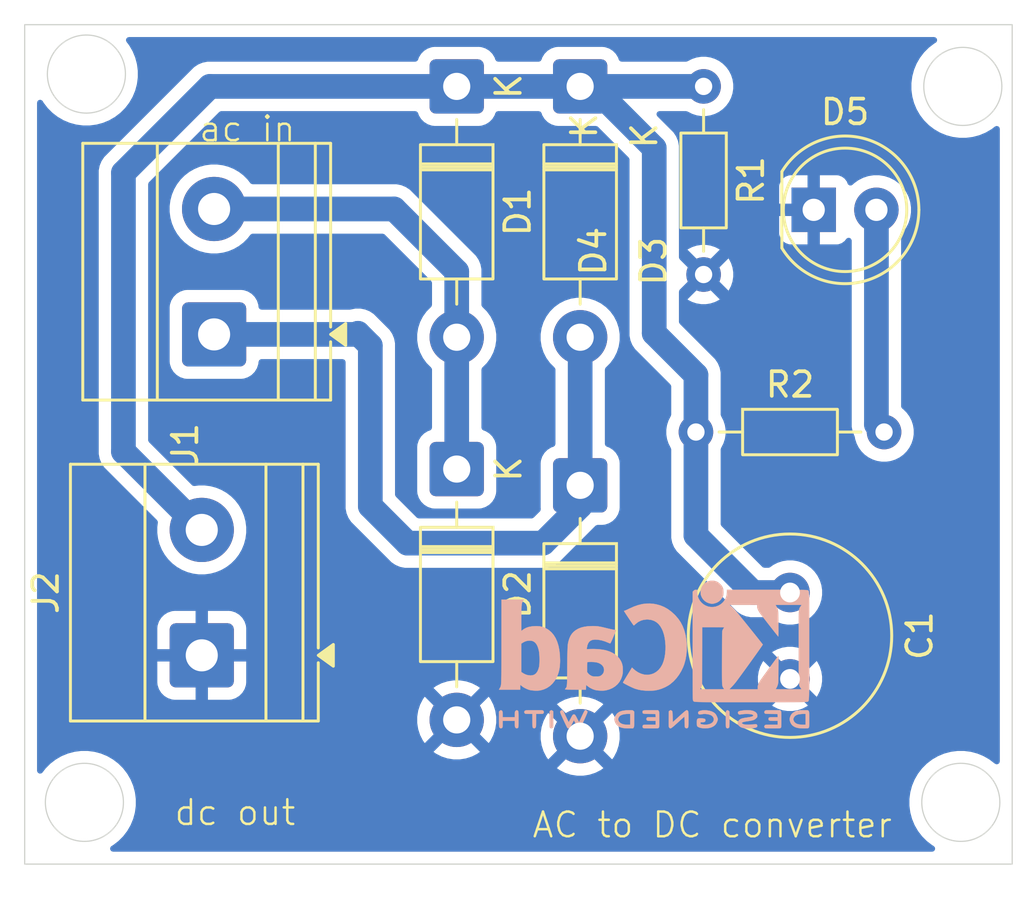
<source format=kicad_pcb>
(kicad_pcb (version 20241229) (generator "pcbnew") (generator_version "9.0")
  (layers (0 "F.Cu" signal) (2 "B.Cu" signal) (13 "F.Paste" user) (15 "B.Paste" user) (5 "F.SilkS" user "F.Silkscreen") (7 "B.SilkS" user "B.Silkscreen") (1 "F.Mask" user) (3 "B.Mask" user) (25 "Edge.Cuts" user))
  (net 0 "")
  (net 1 "/+VE")
  (net 2 "GND")
  (net 3 "Net-(D1-A)")
  (net 4 "Net-(D3-A)")
  (net 5 "Net-(D5-A)")
  (footprint "Resistor_THT:R_Axial_DIN0204_L3.6mm_D1.6mm_P7.62mm_Horizontal" (layer "F.Cu") (at 139.19 98)
    (property "Reference" "R2" (at 3.81 -1.92 0) (layer "F.SilkS"))
    (property "Value" "2.2k")
    (pad "1" thru_hole circle (at 0 0) (size 1.4 1.4) (drill 0.7) (layers "*.Cu" "*.Mask") (net 1 "/+VE"))
    (pad "2" thru_hole circle (at 7.62 0) (size 1.4 1.4) (drill 0.7) (layers "*.Cu" "*.Mask") (net 5 "Net-(D5-A)"))
  )
  (footprint "Diode_THT:D_DO-41_SOD81_P10.16mm_Horizontal" (layer "F.Cu") (at 134.5 84 -90)
    (property "Reference" "D3" (at 7.08 -2.97 90) (layer "F.SilkS"))
    (property "Value" "1N4007")
    (fp_text user "K" (at 2 -2.6 90) (layer "F.SilkS"))
    (pad "1" thru_hole roundrect (at 0 0 270) (size 2.2 2.2) (drill 1.1) (layers "*.Cu" "*.Mask") (roundrect_rratio 0.113636) (net 1 "/+VE"))
    (pad "2" thru_hole circle (at 10.16 0 270) (size 2.2 2.2) (drill 1.1) (layers "*.Cu" "*.Mask") (net 4 "Net-(D3-A)"))
  )
  (footprint "Resistor_THT:R_Axial_DIN0204_L3.6mm_D1.6mm_P7.62mm_Horizontal" (layer "F.Cu") (at 139.5 84 -90)
    (property "Reference" "R1" (at 3.81 -1.92 90) (layer "F.SilkS"))
    (property "Value" "10k")
    (pad "1" thru_hole circle (at 0 0 270) (size 1.4 1.4) (drill 0.7) (layers "*.Cu" "*.Mask") (net 1 "/+VE"))
    (pad "2" thru_hole circle (at 7.62 0 270) (size 1.4 1.4) (drill 0.7) (layers "*.Cu" "*.Mask") (net 2 "GND"))
  )
  (footprint "Capacitor_THT:C_Radial_D8.0mm_H11.5mm_P3.50mm" (layer "F.Cu") (at 143 104.5 -90)
    (property "Reference" "C1" (at 1.75 -5.25 90) (layer "F.SilkS"))
    (property "Value" "1000uF")
    (pad "1" thru_hole circle (at 0 0 270) (size 1.6 1.6) (drill 0.8) (layers "*.Cu" "*.Mask") (net 1 "/+VE"))
    (pad "2" thru_hole circle (at 3.5 0 270) (size 1.6 1.6) (drill 0.8) (layers "*.Cu" "*.Mask") (net 2 "GND"))
  )
  (footprint "TerminalBlock_Phoenix:TerminalBlock_Phoenix_MKDS-1,5-2-5.08_1x02_P5.08mm_Horizontal" (layer "F.Cu") (at 119.6725 94.045 90)
    (property "Reference" "J1" (at -4.455 -1.1725 90) (layer "F.SilkS"))
    (property "Value" "Screw_Terminal_01x02")
    (pad "1" thru_hole roundrect (at 0 0 90) (size 2.6 2.6) (drill 1.3) (layers "*.Cu" "*.Mask") (roundrect_rratio 0.096154) (net 4 "Net-(D3-A)"))
    (pad "2" thru_hole circle (at 5.08 0 90) (size 2.6 2.6) (drill 1.3) (layers "*.Cu" "*.Mask") (net 3 "Net-(D1-A)"))
  )
  (footprint "LED_THT:LED_D5.0mm" (layer "F.Cu") (at 143.96 89)
    (property "Reference" "D5" (at 1.27 -3.96 0) (layer "F.SilkS"))
    (property "Value" "LED")
    (pad "1" thru_hole rect (at 0 0) (size 1.8 1.8) (drill 0.9) (layers "*.Cu" "*.Mask") (net 2 "GND"))
    (pad "2" thru_hole circle (at 2.54 0) (size 1.8 1.8) (drill 0.9) (layers "*.Cu" "*.Mask") (net 5 "Net-(D5-A)"))
  )
  (footprint "Diode_THT:D_DO-41_SOD81_P10.16mm_Horizontal" (layer "F.Cu") (at 129.5 99.5 -90)
    (property "Reference" "D2" (at 5.08 -2.47 90) (layer "F.SilkS"))
    (property "Value" "1N4007")
    (fp_text user "K" (at 0 -2.1 90) (layer "F.SilkS"))
    (pad "1" thru_hole roundrect (at 0 0 270) (size 2.2 2.2) (drill 1.1) (layers "*.Cu" "*.Mask") (roundrect_rratio 0.113636) (net 3 "Net-(D1-A)"))
    (pad "2" thru_hole circle (at 10.16 0 270) (size 2.2 2.2) (drill 1.1) (layers "*.Cu" "*.Mask") (net 2 "GND"))
  )
  (footprint "Diode_THT:D_DO-41_SOD81_P10.16mm_Horizontal" (layer "F.Cu") (at 129.5 84 -90)
    (property "Reference" "D1" (at 5.08 -2.47 90) (layer "F.SilkS"))
    (property "Value" "1N4007")
    (fp_text user "K" (at 0 -2.1 90) (layer "F.SilkS"))
    (pad "1" thru_hole roundrect (at 0 0 270) (size 2.2 2.2) (drill 1.1) (layers "*.Cu" "*.Mask") (roundrect_rratio 0.113636) (net 1 "/+VE"))
    (pad "2" thru_hole circle (at 10.16 0 270) (size 2.2 2.2) (drill 1.1) (layers "*.Cu" "*.Mask") (net 3 "Net-(D1-A)"))
  )
  (footprint "TerminalBlock_Phoenix:TerminalBlock_Phoenix_MKDS-1,5-2-5.08_1x02_P5.08mm_Horizontal" (layer "F.Cu") (at 119.1725 107.045 90)
    (property "Reference" "J2" (at 2.54 -6.32 90) (layer "F.SilkS"))
    (property "Value" "Screw_Terminal_01x02")
    (pad "1" thru_hole roundrect (at 0 0 90) (size 2.6 2.6) (drill 1.3) (layers "*.Cu" "*.Mask") (roundrect_rratio 0.096154) (net 2 "GND"))
    (pad "2" thru_hole circle (at 5.08 0 90) (size 2.6 2.6) (drill 1.3) (layers "*.Cu" "*.Mask") (net 1 "/+VE"))
  )
  (footprint "Diode_THT:D_DO-41_SOD81_P10.16mm_Horizontal" (layer "F.Cu") (at 134.5 100.16 -90)
    (property "Reference" "D4" (at -9.485 -0.5325 90) (layer "F.SilkS"))
    (property "Value" "1N4007")
    (fp_text user "K" (at -14.565 -0.1625 90) (layer "F.SilkS"))
    (pad "1" thru_hole roundrect (at 0 0 270) (size 2.2 2.2) (drill 1.1) (layers "*.Cu" "*.Mask") (roundrect_rratio 0.113636) (net 4 "Net-(D3-A)"))
    (pad "2" thru_hole circle (at 10.16 0 270) (size 2.2 2.2) (drill 1.1) (layers "*.Cu" "*.Mask") (net 2 "GND"))
  )
  (footprint "Symbol:KiCad-Logo2_5mm_SilkScreen" (layer "B.Cu") (at 137.5 107 180)
    (property "Reference" "REF**" (hide yes))
    (property "Value" "KiCad-Logo2_5mm_SilkScreen" (hide yes))
  )
  (gr_circle (center 114.418861 113) (end 115.918861 113.5) (stroke (width 0.05)) (fill no) (layer "Edge.Cuts"))
  (gr_circle (center 149.918861 113) (end 151.418861 113.5) (stroke (width 0.05)) (fill no) (layer "Edge.Cuts"))
  (gr_circle (center 150 84) (end 151.5 84.5) (stroke (width 0.05)) (fill no) (layer "Edge.Cuts"))
  (gr_rect (start 112 81.5) (end 152 115.5) (stroke (width 0.05)) (fill no) (layer "Edge.Cuts"))
  (gr_circle (center 114.5 83.5) (end 116 84) (stroke (width 0.05)) (fill no) (layer "Edge.Cuts"))
  (gr_text "AC to DC converter" (at 132.5 114.5 0) (layer "F.SilkS") (effects (font (size 1 1) (thickness 0.1)) (justify left bottom)))
  (gr_text "dc out" (at 118 114 0) (layer "F.SilkS") (effects (font (size 1 1) (thickness 0.1)) (justify left bottom)))
  (gr_text "ac in\n" (at 119 86.305 0) (layer "F.SilkS") (effects (font (size 1 1) (thickness 0.1)) (justify left bottom)))
  (segment (start 139.5 84) (end 134.5 84) (width 1) (layer "B.Cu") (net 1))
  (segment (start 119.1725 101.965) (end 116 98.7925) (width 1) (layer "B.Cu") (net 1))
  (segment (start 139.19 102.19) (end 139.19 98) (width 1) (layer "B.Cu") (net 1))
  (segment (start 139.19 95.69) (end 137.5 94) (width 1) (layer "B.Cu") (net 1))
  (segment (start 135 84) (end 134.5 84) (width 1) (layer "B.Cu") (net 1))
  (segment (start 141.5 104.5) (end 139.19 102.19) (width 1) (layer "B.Cu") (net 1))
  (segment (start 116 98.7925) (end 116 87.5) (width 1) (layer "B.Cu") (net 1))
  (segment (start 137.5 86.5) (end 135 84) (width 1) (layer "B.Cu") (net 1))
  (segment (start 143 104.5) (end 141.5 104.5) (width 1) (layer "B.Cu") (net 1))
  (segment (start 129.5 84) (end 134.5 84) (width 1) (layer "B.Cu") (net 1))
  (segment (start 116 87.5) (end 119.5 84) (width 1) (layer "B.Cu") (net 1))
  (segment (start 119.5 84) (end 129.5 84) (width 1) (layer "B.Cu") (net 1))
  (segment (start 139.19 98) (end 139.19 95.69) (width 1) (layer "B.Cu") (net 1))
  (segment (start 137.5 94) (end 137.5 86.5) (width 1) (layer "B.Cu") (net 1))
  (segment (start 129.5 91.5) (end 129.5 94.16) (width 1) (layer "B.Cu") (net 3))
  (segment (start 126.965 88.965) (end 129.5 91.5) (width 1) (layer "B.Cu") (net 3))
  (segment (start 129.5 94.16) (end 129.5 99.5) (width 1) (layer "B.Cu") (net 3))
  (segment (start 119.6725 88.965) (end 126.965 88.965) (width 1) (layer "B.Cu") (net 3))
  (segment (start 126 94.5) (end 126 101) (width 1) (layer "B.Cu") (net 4))
  (segment (start 134.5 94.16) (end 134.5 100.16) (width 1) (layer "B.Cu") (net 4))
  (segment (start 119.6725 94.045) (end 125.455 94.045) (width 1) (layer "B.Cu") (net 4))
  (segment (start 126 101) (end 127.5 102.5) (width 1) (layer "B.Cu") (net 4))
  (segment (start 133 102.5) (end 134.5 101) (width 1) (layer "B.Cu") (net 4))
  (segment (start 127.5 102.5) (end 133 102.5) (width 1) (layer "B.Cu") (net 4))
  (segment (start 125.5 94) (end 126 94.5) (width 1) (layer "B.Cu") (net 4))
  (segment (start 134.5 101) (end 134.5 100.16) (width 1) (layer "B.Cu") (net 4))
  (segment (start 125.455 94.045) (end 125.5 94) (width 1) (layer "B.Cu") (net 4))
  (segment (start 146.5 97.69) (end 146.81 98) (width 1) (layer "B.Cu") (net 5))
  (segment (start 146.5 89) (end 146.5 97.69) (width 1) (layer "B.Cu") (net 5))
  (zone (net 2) (net_name "GND") (layer "B.Cu") (connect_pads (clearance 0.5)) (min_thickness 0.25) (fill yes (thermal_gap 0.5) (thermal_bridge_width 0.5))
    (polygon (pts (xy 112 80.5) (xy 152.5 81) (xy 152.5 117) (xy 111 117) (xy 111 80.5)))
  )
)
</source>
